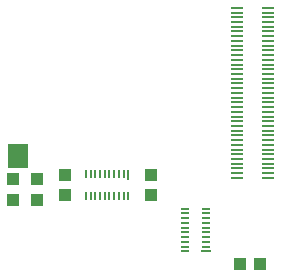
<source format=gbr>
G04 EAGLE Gerber RS-274X export*
G75*
%MOMM*%
%FSLAX34Y34*%
%LPD*%
%INSolderpaste Top*%
%IPPOS*%
%AMOC8*
5,1,8,0,0,1.08239X$1,22.5*%
G01*
%ADD10R,1.140000X0.200000*%
%ADD11R,0.200000X0.800000*%
%ADD12R,0.200000X0.900000*%
%ADD13R,0.800000X0.200000*%
%ADD14R,0.900000X0.200000*%
%ADD15R,1.100000X1.000000*%
%ADD16R,1.000000X1.100000*%
%ADD17R,1.701800X2.006600*%


D10*
X259600Y229798D03*
X233200Y229798D03*
X259600Y225798D03*
X233200Y225798D03*
X259600Y221798D03*
X233200Y221798D03*
X259600Y217798D03*
X233200Y217798D03*
X259600Y213798D03*
X233200Y213798D03*
X259600Y209798D03*
X233200Y209798D03*
X259600Y205798D03*
X233200Y205798D03*
X259600Y201798D03*
X233200Y201798D03*
X259600Y197798D03*
X233200Y197798D03*
X259600Y193798D03*
X233200Y193798D03*
X259600Y189798D03*
X233200Y189798D03*
X259600Y185798D03*
X233200Y185798D03*
X259600Y181798D03*
X233200Y181798D03*
X259600Y177798D03*
X233200Y177798D03*
X259600Y173798D03*
X233200Y173798D03*
X259600Y169798D03*
X233200Y169798D03*
X259600Y165798D03*
X233200Y165798D03*
X259600Y161798D03*
X233200Y161798D03*
X259600Y157798D03*
X233200Y157798D03*
X259600Y153798D03*
X233200Y153798D03*
X259600Y149798D03*
X233200Y149798D03*
X259600Y145798D03*
X233200Y145798D03*
X259600Y141798D03*
X233200Y141798D03*
X259600Y137798D03*
X233200Y137798D03*
X259600Y133798D03*
X233200Y133798D03*
X259600Y129798D03*
X233200Y129798D03*
X259600Y125798D03*
X233200Y125798D03*
X259600Y121798D03*
X233200Y121798D03*
X259600Y117798D03*
X233200Y117798D03*
X259600Y113798D03*
X233200Y113798D03*
X259600Y109798D03*
X233200Y109798D03*
X259600Y105798D03*
X233200Y105798D03*
X259600Y101798D03*
X233200Y101798D03*
X259600Y97798D03*
X233200Y97798D03*
X259600Y93798D03*
X233200Y93798D03*
X259600Y89798D03*
X233200Y89798D03*
X259600Y233798D03*
X233200Y233798D03*
D11*
X141190Y74820D03*
X137190Y74820D03*
X133190Y74820D03*
X129190Y74820D03*
X125190Y74820D03*
X121190Y74820D03*
X117190Y74820D03*
X113190Y74820D03*
X109190Y74820D03*
X105190Y74820D03*
X137190Y92820D03*
X133190Y92820D03*
X129190Y92820D03*
X125190Y92820D03*
X121190Y92820D03*
X117190Y92820D03*
X113190Y92820D03*
X109190Y92820D03*
X105190Y92820D03*
D12*
X141190Y92320D03*
D13*
X189120Y27720D03*
X189120Y31720D03*
X189120Y35720D03*
X189120Y39720D03*
X189120Y43720D03*
X189120Y47720D03*
X189120Y51720D03*
X189120Y55720D03*
X189120Y59720D03*
X189120Y63720D03*
X207120Y31720D03*
X207120Y35720D03*
X207120Y39720D03*
X207120Y43720D03*
X207120Y47720D03*
X207120Y51720D03*
X207120Y55720D03*
X207120Y59720D03*
X207120Y63720D03*
D14*
X206620Y27720D03*
D15*
X252340Y16510D03*
X235340Y16510D03*
D16*
X43180Y71510D03*
X43180Y88510D03*
X87630Y75320D03*
X87630Y92320D03*
X63500Y71510D03*
X63500Y88510D03*
X160020Y92320D03*
X160020Y75320D03*
D17*
X47625Y108077D03*
M02*

</source>
